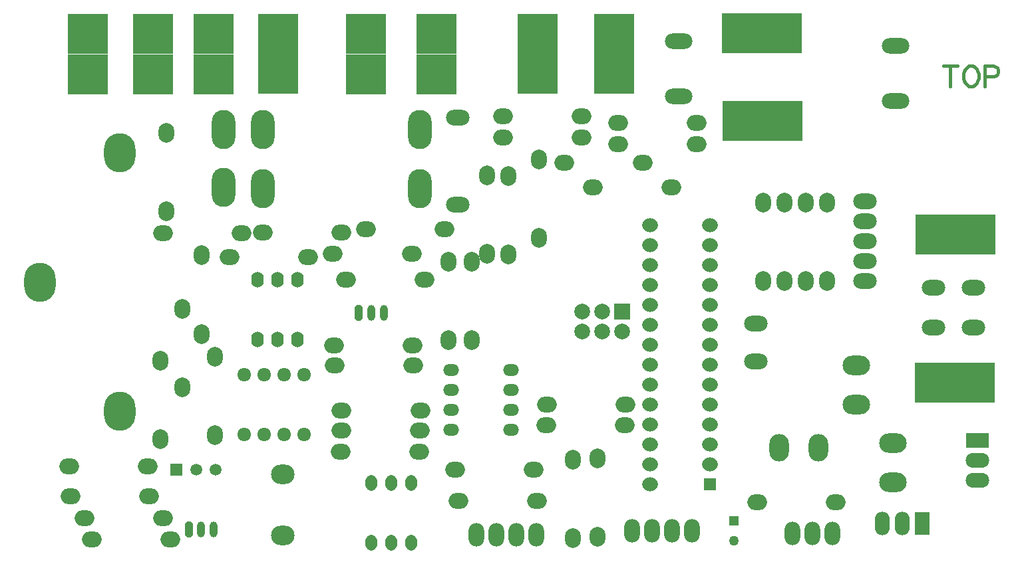
<source format=gbr>
G04 DipTrace 3.3.1.0*
G04 TopAssy.gbr*
%MOIN*%
G04 #@! TF.FileFunction,Drawing,Top*
G04 #@! TF.Part,Single*
%AMOUTLINE0*
4,1,20,
0.0,0.035433,
0.012166,0.033699,
0.023141,0.028666,
0.031851,0.020827,
0.037443,0.010949,
0.03937,0.0,
0.037443,-0.010949,
0.031851,-0.020827,
0.023141,-0.028666,
0.012166,-0.033699,
0.0,-0.035433,
-0.012166,-0.033699,
-0.023141,-0.028666,
-0.031851,-0.020827,
-0.037443,-0.010949,
-0.03937,0.0,
-0.037443,0.010949,
-0.031851,0.020827,
-0.023141,0.028666,
-0.012166,0.033699,
0.0,0.035433,
0*%
%AMOUTLINE3*
4,1,8,
0.019685,0.029528,
0.009843,0.03937,
-0.009843,0.03937,
-0.019685,0.029528,
-0.019685,-0.029528,
-0.009843,-0.03937,
0.009843,-0.03937,
0.019685,-0.029528,
0.019685,0.029528,
0*%
%AMOUTLINE6*
4,1,20,
0.0,0.03937,
0.009733,0.037443,
0.018513,0.031851,
0.025481,0.023141,
0.029955,0.012166,
0.031496,0.0,
0.029955,-0.012166,
0.025481,-0.023141,
0.018513,-0.031851,
0.009733,-0.037443,
0.0,-0.03937,
-0.009733,-0.037443,
-0.018513,-0.031851,
-0.025481,-0.023141,
-0.029955,-0.012166,
-0.031496,0.0,
-0.029955,0.012166,
-0.025481,0.023141,
-0.018513,0.031851,
-0.009733,0.037443,
0.0,0.03937,
0*%
G04 #@! TA.AperFunction,ComponentPad*
%ADD22R,0.062992X0.062992*%
%ADD25O,0.11811X0.07874*%
%ADD26C,0.05*%
%ADD27R,0.05X0.05*%
%ADD28O,0.07874X0.11811*%
%ADD29R,0.07874X0.07874*%
%ADD30C,0.07874*%
%ADD31O,0.11811X0.098425*%
%ADD32O,0.03937X0.07874*%
%ADD34O,0.07874X0.098425*%
%ADD35O,0.098425X0.07874*%
%ADD36R,0.059055X0.059055*%
%ADD37C,0.059055*%
%ADD38O,0.137795X0.07874*%
%ADD40O,0.11811X0.19685*%
%ADD41R,0.200787X0.200787*%
%ADD42O,0.15748X0.19685*%
%ADD43O,0.070866X0.066929*%
%ADD44O,0.062992X0.07874*%
%ADD45R,0.11811X0.074803*%
%ADD46O,0.11811X0.074803*%
%ADD47R,0.074803X0.11811*%
%ADD48O,0.074803X0.11811*%
%ADD49O,0.098425X0.137795*%
%ADD50O,0.137795X0.098425*%
%ADD51O,0.07874X0.059055*%
%ADD120C,0.015439*%
G04 #@! TA.AperFunction,ComponentPad*
%ADD122OUTLINE0*%
%ADD125OUTLINE3*%
%ADD128OUTLINE6*%
%FSLAX26Y26*%
G04*
G70*
G90*
G75*
G01*
G04 TopAssy*
%LPD*%
D22*
X3853543Y795276D3*
D122*
Y895276D3*
Y995276D3*
Y1095276D3*
Y1195276D3*
Y1295276D3*
Y1395276D3*
Y1495276D3*
Y1595276D3*
Y1695276D3*
Y1795276D3*
Y1895276D3*
Y1995276D3*
Y2095276D3*
X3553543D3*
Y1995276D3*
Y1895276D3*
Y1795276D3*
Y1695276D3*
Y1595276D3*
Y1495276D3*
Y1395276D3*
Y1295276D3*
Y1195276D3*
Y1095276D3*
Y995276D3*
Y895276D3*
Y795276D3*
D25*
X5175591Y1783465D3*
Y1583465D3*
X4975591D3*
Y1783465D3*
X2591732Y2200787D3*
Y2635827D3*
D26*
X3974409Y511811D3*
D27*
Y611811D3*
D28*
X3462992Y562992D3*
X3562992D3*
X3662992D3*
X3762992D3*
D25*
X4631102Y1917323D3*
Y2017323D3*
Y2117323D3*
Y2217323D3*
Y1817323D3*
D29*
X3414173Y1661417D3*
D30*
X3314173D3*
X3214173D3*
X3414173Y1561417D3*
X3314173D3*
X3214173D3*
D31*
X1713780Y846457D3*
Y539370D3*
D125*
X2096064Y1657503D3*
D32*
X2159056D3*
X2222048D3*
D125*
X1242914Y570896D3*
D32*
X1305906D3*
X1368898D3*
D34*
X1308661Y1551181D3*
Y1944882D3*
D35*
X2424803Y1822835D3*
X2031102D3*
D34*
X1209843Y1283465D3*
Y1677165D3*
D35*
X4486220Y704724D3*
X4092520D3*
X1037008Y885827D3*
X643307D3*
D34*
X1101575Y1417323D3*
Y1023622D3*
D35*
X1971654Y1492126D3*
X2365354D3*
X2366929Y1393701D3*
X1973228D3*
D34*
X1375591Y1043307D3*
Y1437008D3*
D35*
X652362Y736220D3*
X1046063D3*
X2971654Y870079D3*
X2577953D3*
X1152756Y519685D3*
X759055D3*
X3268504Y2287402D3*
X3662205D3*
X3788189Y2610236D3*
X3394488D3*
X3787795Y2503937D3*
X3394094D3*
X3517323Y2409449D3*
X3123622D3*
X3035433Y1094488D3*
X3429134D3*
X2816535Y2641732D3*
X3210236D3*
X3211417Y2535433D3*
X2817717D3*
D34*
X2997638Y2425197D3*
Y2031496D3*
D35*
X3430709Y1196850D3*
X3037008D3*
D34*
X3290157Y531496D3*
Y925197D3*
X4122441Y1814961D3*
Y2208661D3*
X4227953Y1814961D3*
Y2208661D3*
X4334252Y1814961D3*
Y2208661D3*
X4440551Y1814961D3*
Y2208661D3*
D35*
X1446850Y1937008D3*
X1840551D3*
D34*
X1132283Y2559055D3*
Y2165354D3*
D35*
X1115748Y2055118D3*
X1509449D3*
X1613386Y2059055D3*
X2007087D3*
D34*
X2737402Y1952756D3*
Y2346457D3*
D35*
X2131890Y2074803D3*
X2525591D3*
X1966142Y1952756D3*
X2359843D3*
D34*
X2543701Y1913386D3*
Y1519685D3*
X2660236D3*
Y1913386D3*
X2845276Y1948819D3*
Y2342520D3*
D35*
X719685Y625984D3*
X1113386D3*
D36*
X1182677Y870079D3*
D37*
X1281102D3*
X1379528D3*
D35*
X2398031Y960630D3*
X2004331D3*
X2593307Y712598D3*
X2987008D3*
X2009449Y1165354D3*
X2403150D3*
X2006693Y1066929D3*
X2400394D3*
D38*
X4785039Y2996063D3*
Y2720474D3*
D34*
X3168504Y921260D3*
Y527559D3*
D40*
X2401969Y2279528D3*
Y2574803D3*
X1614567Y2279528D3*
X1417717Y2285787D3*
X1614567Y2574803D3*
X1417717D3*
D41*
X1367717Y2854331D3*
Y3055118D3*
D42*
X898819Y1161417D3*
Y2460630D3*
X498819Y1811024D3*
D43*
X1820866Y1346457D3*
X1720866D3*
X1620866D3*
X1520866D3*
Y1046457D3*
X1620866D3*
X1720866D3*
X1820866D3*
D44*
X1787795Y1822835D3*
X1687795D3*
X1587795D3*
Y1522835D3*
X1687795D3*
X1787795D3*
D41*
X2483465Y2854331D3*
Y3055118D3*
X2132677Y2854331D3*
Y3055118D3*
D128*
X2358268Y803150D3*
X2258268D3*
X2158268D3*
Y503150D3*
X2258268D3*
X2358268D3*
D41*
X4981890Y1307087D3*
X5182677D3*
X4014567Y3059055D3*
X4215354D3*
D45*
X5195669Y1015748D3*
D46*
Y915748D3*
Y815748D3*
D47*
X4919291Y598425D3*
D48*
X4819291D3*
X4719291D3*
D49*
X4199606Y980315D3*
X4396457D3*
D50*
X4771654Y807087D3*
Y1003937D3*
D41*
X4217727Y2618110D3*
X4016940D3*
D50*
X4587402Y1393701D3*
Y1196850D3*
D41*
X4983071Y2051181D3*
X5183858D3*
D51*
X2858661Y1070866D3*
Y1170866D3*
Y1270866D3*
Y1370866D3*
X2558661D3*
Y1270866D3*
Y1170866D3*
Y1070866D3*
D38*
X3699213Y3019685D3*
Y2744096D3*
D41*
X2991339Y3057491D3*
Y2856703D3*
X3375984Y3057491D3*
Y2856703D3*
D28*
X4467323Y551181D3*
X4367323D3*
X4267323D3*
D41*
X1065354Y2854331D3*
Y3055118D3*
X738189Y2854331D3*
Y3055118D3*
X1691732Y3057491D3*
Y2856703D3*
D28*
X2685827Y543307D3*
X2785827D3*
X2885827D3*
X2985827D3*
D25*
X4084252Y1413386D3*
Y1603386D3*
X5059478Y2895062D2*
D120*
Y2794582D1*
X5025985Y2895062D2*
X5092971D1*
X5152590D2*
X5142973Y2890308D1*
X5133467Y2880692D1*
X5128603Y2871185D1*
X5123850Y2856815D1*
Y2832828D1*
X5128603Y2818569D1*
X5133467Y2808952D1*
X5142973Y2799445D1*
X5152590Y2794582D1*
X5171713D1*
X5181220Y2799445D1*
X5190837Y2808952D1*
X5195590Y2818569D1*
X5200343Y2832828D1*
Y2856815D1*
X5195590Y2871185D1*
X5190837Y2880692D1*
X5181220Y2890308D1*
X5171713Y2895062D1*
X5152590D1*
X5231221Y2842445D2*
X5274332D1*
X5288591Y2847198D1*
X5293455Y2852062D1*
X5298208Y2861568D1*
Y2875938D1*
X5293455Y2885445D1*
X5288591Y2890308D1*
X5274332Y2895062D1*
X5231221D1*
Y2794582D1*
M02*

</source>
